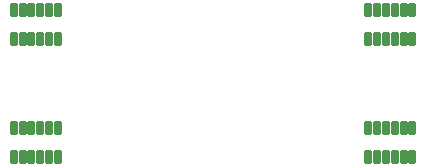
<source format=gts>
%TF.GenerationSoftware,KiCad,Pcbnew,(6.0.1)*%
%TF.CreationDate,2022-12-02T01:02:59+09:00*%
%TF.ProjectId,VL6180ToF,564c3631-3830-4546-9f46-2e6b69636164,rev?*%
%TF.SameCoordinates,Original*%
%TF.FileFunction,Soldermask,Top*%
%TF.FilePolarity,Negative*%
%FSLAX46Y46*%
G04 Gerber Fmt 4.6, Leading zero omitted, Abs format (unit mm)*
G04 Created by KiCad (PCBNEW (6.0.1)) date 2022-12-02 01:02:59*
%MOMM*%
%LPD*%
G01*
G04 APERTURE LIST*
G04 Aperture macros list*
%AMRoundRect*
0 Rectangle with rounded corners*
0 $1 Rounding radius*
0 $2 $3 $4 $5 $6 $7 $8 $9 X,Y pos of 4 corners*
0 Add a 4 corners polygon primitive as box body*
4,1,4,$2,$3,$4,$5,$6,$7,$8,$9,$2,$3,0*
0 Add four circle primitives for the rounded corners*
1,1,$1+$1,$2,$3*
1,1,$1+$1,$4,$5*
1,1,$1+$1,$6,$7*
1,1,$1+$1,$8,$9*
0 Add four rect primitives between the rounded corners*
20,1,$1+$1,$2,$3,$4,$5,0*
20,1,$1+$1,$4,$5,$6,$7,0*
20,1,$1+$1,$6,$7,$8,$9,0*
20,1,$1+$1,$8,$9,$2,$3,0*%
G04 Aperture macros list end*
%ADD10RoundRect,0.050000X0.254400X-0.505599X0.254400X0.505599X-0.254400X0.505599X-0.254400X-0.505599X0*%
G04 APERTURE END LIST*
D10*
%TO.C,U2*%
X128125000Y-108742200D03*
X128875001Y-108742200D03*
X129624999Y-108742200D03*
X130375001Y-108742200D03*
X131124999Y-108742200D03*
X131875000Y-108742200D03*
X131875000Y-106257800D03*
X131124999Y-106257800D03*
X130375001Y-106257800D03*
X129624999Y-106257800D03*
X128875001Y-106257800D03*
X128125000Y-106257800D03*
%TD*%
%TO.C,U2*%
X128125000Y-118742200D03*
X128875001Y-118742200D03*
X129624999Y-118742200D03*
X130375001Y-118742200D03*
X131124999Y-118742200D03*
X131875000Y-118742200D03*
X131875000Y-116257800D03*
X131124999Y-116257800D03*
X130375001Y-116257800D03*
X129624999Y-116257800D03*
X128875001Y-116257800D03*
X128125000Y-116257800D03*
%TD*%
%TO.C,U2*%
X158125000Y-108742200D03*
X158875001Y-108742200D03*
X159624999Y-108742200D03*
X160375001Y-108742200D03*
X161124999Y-108742200D03*
X161875000Y-108742200D03*
X161875000Y-106257800D03*
X161124999Y-106257800D03*
X160375001Y-106257800D03*
X159624999Y-106257800D03*
X158875001Y-106257800D03*
X158125000Y-106257800D03*
%TD*%
%TO.C,U2*%
X158125000Y-118742200D03*
X158875001Y-118742200D03*
X159624999Y-118742200D03*
X160375001Y-118742200D03*
X161124999Y-118742200D03*
X161875000Y-118742200D03*
X161875000Y-116257800D03*
X161124999Y-116257800D03*
X160375001Y-116257800D03*
X159624999Y-116257800D03*
X158875001Y-116257800D03*
X158125000Y-116257800D03*
%TD*%
M02*

</source>
